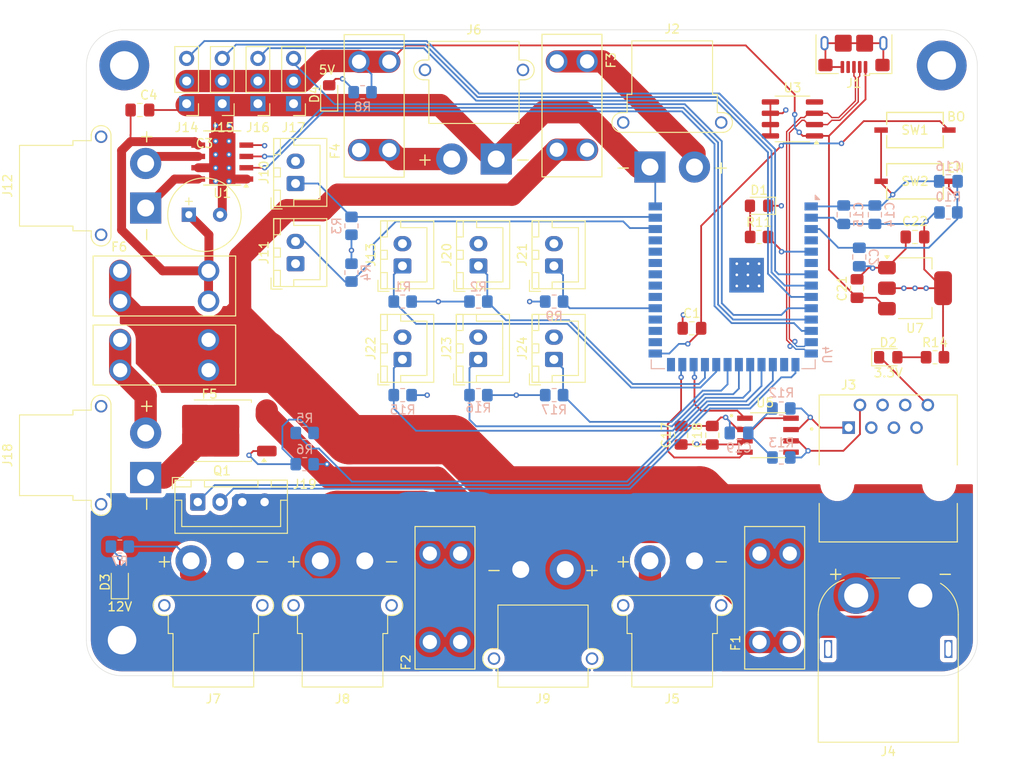
<source format=kicad_pcb>
(kicad_pcb (version 20240108) (generator "pcbnew") (generator_version "8.0")
  (layers (0 "F.Cu" signal) (1 "In1.Cu" signal) (2 "In2.Cu" signal) (31 "B.Cu" signal) (34 "B.Paste" user) (35 "F.Paste" user) (36 "B.SilkS" user "B.Silkscreen") (37 "F.SilkS" user "F.Silkscreen") (38 "B.Mask" user) (39 "F.Mask" user) (44 "Edge.Cuts" user))
  (net 0 "")
  (net 1 "GPIO_0")
  (net 2 "GND")
  (net 3 "EN_PB")
  (net 4 "+24V")
  (net 5 "Net-(U1-V_{M})")
  (net 6 "Net-(D3-A)")
  (net 7 "Net-(D4-A)")
  (net 8 "Net-(J5-+)")
  (net 9 "Net-(J9-+)")
  (net 10 "+12V")
  (net 11 "+3.3V")
  (net 12 "Net-(C19-Pad2)")
  (net 13 "+5V")
  (net 14 "Net-(D1-A)")
  (net 15 "Net-(D2-A)")
  (net 16 "Net-(J2-+)")
  (net 17 "USB_P")
  (net 19 "USB_N")
  (net 20 "Net-(J6-+)")
  (net 21 "LS_EXT")
  (net 22 "LS_RET")
  (net 25 "CANL")
  (net 29 "CANH")
  (net 30 "Net-(Q1-G)")
  (net 31 "PB_UP")
  (net 32 "PB_DOWN")
  (net 33 "PB_VACCUM")
  (net 34 "PB_GRINDER")
  (net 35 "PB_CARROUSSEL")
  (net 38 "LED_BUILDIN")
  (net 41 "TXC")
  (net 50 "RXC")
  (net 54 "LIN+")
  (net 55 "LIN-")
  (net 56 "LIN_IN_1")
  (net 57 "LIN_IN_2")
  (net 58 "Net-(J18-+)")
  (net 59 "Net-(J18--)")
  (net 60 "FAN_A_PWM")
  (net 61 "FAN_B_PWM")
  (net 62 "SERVO_0")
  (net 63 "SERVO_1")
  (net 64 "SERVO_2")
  (net 65 "SERVO_3")
  (net 66 "PB_SPARE")
  (net 67 "GRINDER_PWM")
  (footprint "TS09_63_25_WT_160_SMT_TR:SW_TS09-63-25_CUD" (layer "F.Cu") (at 130 81.5)
    (property "Reference" "SW2")
    (property "Value" "TS09-63-25-WT-160-SMT-TR")
  )
  (footprint "Connector_JST:JST_XH_B2B-XH-A_1x02_P2.50mm_Vertical" (layer "F.Cu") (at 60.475 81.75 90)
    (property "Reference" "J10")
    (property "Value" "B2B-XH-A_LF__SN_")
  )
  (footprint "Package_SO:SOIC-8-1EP_3.9x4.9mm_P1.27mm_EP2.29x3mm" (layer "F.Cu") (at 116.25 74.5 180)
    (property "Reference" "U3")
    (property "Value" "150-SMDB03CE3/TR7TR-ND")
  )
  (footprint "Connector_JST:JST_XH_B2B-XH-A_1x02_P2.50mm_Vertical" (layer "F.Cu") (at 89.475 91 90)
    (property "Reference" "J21")
    (property "Value" "B2B-XH-A_LF__SN_")
  )
  (footprint "3568-20:FUSE_3568-20" (layer "F.Cu") (at 77.25 128.25 90)
    (property "Reference" "F2")
    (property "Value" "15A")
  )
  (footprint "Connector_JST:JST_XH_B2B-XH-A_1x02_P2.50mm_Vertical" (layer "F.Cu") (at 80.975 101.5 90)
    (property "Reference" "J23")
    (property "Value" "B2B-XH-A_LF__SN_")
  )
  (footprint "Connector_AMASS:AMASS_XT30PW-M_1x02_P2.50mm_Horizontal" (layer "F.Cu") (at 85.75 125.075 180)
    (property "Reference" "J9")
    (property "Value" "XT30PW-M")
  )
  (footprint "Package_SO:Texas_HSOP-8-1EP_3.9x4.9mm_P1.27mm_ThermalVias" (layer "F.Cu") (at 52.25 79.345 180)
    (property "Reference" "U1")
    (property "Value" "DRV8251A")
  )
  (footprint "3568-20:FUSE_3568-20" (layer "F.Cu") (at 45.75 101 180)
    (property "Reference" "F5")
    (property "Value" "8A")
  )
  (footprint "LED_SMD:LED_0805_2012Metric_Pad1.15x1.40mm_HandSolder" (layer "F.Cu") (at 64.25 71.75 90)
    (property "Reference" "D4")
    (property "Value" "B")
  )
  (footprint "TJA1050T_CM_118:SOIC127P600X175-8N" (layer "F.Cu") (at 113.5 110)
    (property "Reference" "U5")
    (property "Value" "SN65HVD232Q")
  )
  (footprint "Connector_JST:JST_XH_B4B-XH-A_1x04_P2.50mm_Vertical" (layer "F.Cu") (at 49.5 117.5)
    (property "Reference" "J19")
    (property "Value" "B4B-XH-A_LF__SN_")
  )
  (footprint "LED_SMD:LED_0805_2012Metric_Pad1.15x1.40mm_HandSolder" (layer "F.Cu") (at 127 101.25)
    (property "Reference" "D2")
    (property "Value" "G")
  )
  (footprint "Connector_PinHeader_2.54mm:PinHeader_1x03_P2.54mm_Vertical" (layer "F.Cu") (at 52.25 72.79 180)
    (property "Reference" "J15")
    (property "Value" "Conn_01x03")
  )
  (footprint "Package_TO_SOT_SMD:SOT-223-3_TabPin2" (layer "F.Cu") (at 130 93.5)
    (property "Reference" "U7")
    (property "Value" "AZ1117CH2-3.3TRG1")
  )
  (footprint "A-2014-2-4-N-T-R:ASSMANN_A-2014-2-4-N-T-R" (layer "F.Cu") (at 127 115.5)
    (property "Reference" "J3")
    (property "Value" "RJ45")
  )
  (footprint "MountingHole:MountingHole_3.2mm_M3_DIN965_Pad_TopBottom" (layer "F.Cu") (at 41.25 68.5)
    (property "Reference" "H2" (hide yes))
    (property "Value" "MountingHole_Pad")
  )
  (footprint "Resistor_SMD:R_0805_2012Metric_Pad1.20x1.40mm_HandSolder" (layer "F.Cu") (at 112.5 87.75)
    (property "Reference" "R11")
    (property "Value" "1k")
  )
  (footprint "Connector_AMASS:AMASS_XT30PW-F_1x02_P2.50mm_Horizontal" (layer "F.Cu") (at 100.25 79.9)
    (property "Reference" "J2")
    (property "Value" "XT30PW-F")
  )
  (footprint "Connector_JST:JST_XH_B2B-XH-A_1x02_P2.50mm_Vertical" (layer "F.Cu") (at 81 91 90)
    (property "Reference" "J20")
    (property "Value" "B2B-XH-A_LF__SN_")
  )
  (footprint "Connector_AMASS:AMASS_XT30PW-F_1x02_P2.50mm_Horizontal" (layer "F.Cu") (at 105.25 124.1 180)
    (property "Reference" "J5")
    (property "Value" "XT30PW-F")
  )
  (footprint "Connector_USB:USB_Micro-B_Amphenol_10118193-0001LF_Horizontal" (layer "F.Cu") (at 123.15 66 180)
    (property "Reference" "J1")
    (property "Value" "USB_B_Micro")
  )
  (footprint "Connector_AMASS:AMASS_XT60PW-M_1x02_P7.20mm_Horizontal" (layer "F.Cu") (at 130.6 128 180)
    (property "Reference" "J4")
    (property "Value" "XT30PW-M")
  )
  (footprint "Capacitor_SMD:C_0805_2012Metric_Pad1.18x1.45mm_HandSolder" (layer "F.Cu") (at 103.75 110 90)
    (property "Reference" "C17")
    (property "Value" "10uF")
  )
  (footprint "Connector_PinHeader_2.54mm:PinHeader_1x03_P2.54mm_Vertical" (layer "F.Cu") (at 56.25 72.79 180)
    (property "Reference" "J16")
    (property "Value" "Conn_01x03")
  )
  (footprint "3568-20:FUSE_3568-20" (layer "F.Cu") (at 69.3 73.04 90)
    (property "Reference" "F4")
    (property "Value" "8A")
  )
  (footprint "Connector_AMASS:AMASS_XT30PW-F_1x02_P2.50mm_Horizontal" (layer "F.Cu") (at 43.65 84.5 90)
    (property "Reference" "J12")
    (property "Value" "XT30PW-F")
  )
  (footprint "Connector_JST:JST_XH_B2B-XH-A_1x02_P2.50mm_Vertical" (layer "F.Cu") (at 89.475 101.5 90)
    (property "Reference" "J24")
    (property "Value" "B2B-XH-A_LF__SN_")
  )
  (footprint "MountingHole:MountingHole_3.2mm_M3_DIN965_Pad_TopBottom" (layer "F.Cu") (at 133 68.5)
    (property "Reference" "H1" (hide yes))
    (property "Value" "MountingHole_Pad")
  )
  (footprint "Connector_AMASS:AMASS_XT30PW-F_1x02_P2.50mm_Horizontal" (layer "F.Cu") (at 53.75 124.1 180)
    (property "Reference" "J7")
    (property "Value" "XT30PW-F")
  )
  (footprint "3568-20:FUSE_3568-20" (layer "F.Cu") (at 45.75 93.25)
    (property "Reference" "F6")
    (property "Value" "4A")
  )
  (footprint "Capacitor_SMD:C_0805_2012Metric_Pad1.18x1.45mm_HandSolder" (layer "F.Cu") (at 130 87.75 180)
    (property "Reference" "C22")
    (property "Value" "22uF")
  )
  (footprint "Connector_AMASS:AMASS_XT30PW-F_1x02_P2.50mm_Horizontal" (layer "F.Cu") (at 43.65 114.75 90)
    (property "Reference" "J18")
    (property "Value" "XT30PW-F")
  )
  (footprint "3568-20:FUSE_3568-20" (layer "F.Cu") (at 91.5 73 -90)
    (property "Reference" "F3")
    (property "Value" "2A")
  )
  (footprint "Capacitor_SMD:C_0805_2012Metric_Pad1.18x1.45mm_HandSolder" (layer "F.Cu") (at 107.25 110 90)
    (property "Reference" "C18")
    (property "Value" "100nF")
  )
  (footprint "Connector_JST:JST_XH_B2B-XH-A_1x02_P2.50mm_Vertical" (layer "F.Cu") (at 60.475 90.75 90)
    (property "Reference" "J11")
    (property "Value" "B2B-XH-A_LF__SN_")
  )
  (footprint "Connector_AMASS:AMASS_XT30PW-F_1x02_P2.50mm_Horizontal" (layer "F.Cu") (at 68.25 124.1 180)
    (property "Reference" "J8")
    (property "Value" "XT30PW-F")
  )
  (footprint "Connector_JST:JST_XH_B2B-XH-A_1x02_P2.50mm_Vertical" (layer "F.Cu") (at 72.475 91 90)
    (property "Reference" "J13")
    (property "Value" "B2B-XH-A_LF__SN_")
  )
  (footprint "Capacitor_SMD:C_0805_2012Metric_Pad1.18x1.45mm_HandSolder" (layer "F.Cu") (at 123.5 93.5375 90)
    (property "Reference" "C21")
    (property "Value" "10uF")
  )
  (footprint "3568-20:FUSE_3568-20" (layer "F.Cu") (at 114.25 128.25 90)
    (property "Reference" "F1")
    (property "Value" "8A")
  )
  (footprint "LED_SMD:LED_0805_2012Metric_Pad1.15x1.40mm_HandSolder" (layer "F.Cu") (at 40.75 126.5 90)
    (property "Reference" "D3")
    (property "Value" "Y")
  )
  (footprint "Connector_JST:JST_XH_B2B-XH-A_1x02_P2.50mm_Vertical" (layer "F.Cu") (at 72.475 101.5 90)
    (property "Reference" "J22")
    (property "Value" "B2B-XH-A_LF__SN_")
  )
  (footprint "Connector_AMASS:AMASS_XT30PW-M_1x02_P2.50mm_Horizontal" (layer "F.Cu") (at 83 79)
    (property "Reference" "J6")
    (property "Value" "XT30PW-M")
  )
  (footprint "LED_SMD:LED_0805_2012Metric_Pad1.15x1.40mm_HandSolder" (layer "F.Cu") (at 112.5 84.25 180)
    (property "Reference" "D1")
    (property "Value" "R")
  )
  (footprint "Connector_PinHeader_2.54mm:PinHeader_1x03_P2.54mm_Vertical" (layer "F.Cu") (at 48.25 72.79 180)
    (property "Reference" "J14")
    (property "Value" "Conn_01x03")
  )
  (footprint "Capacitor_SMD:C_0805_2012Metric_Pad1.18x1.45mm_HandSolder" (layer "F.Cu") (at 104.9625 98)
    (property "Reference" "C1")
    (property "Value" "100nF")
  )
  (footprint "Capacitor_THT:CP_Radial_D8.0mm_P3.50mm" (layer "F.Cu") (at 48.5 85.25)
    (property "Reference" "C3")
    (property "Value" "470uF")
  )
  (footprint "Resistor_SMD:R_0805_2012Metric_Pad1.20x1.40mm_HandSolder" (layer "F.Cu") (at 132.25 101.25)
    (property "Reference" "R14")
    (property "Value" "1k")
  )
  (footprint "Connector_PinHeader_2.54mm:PinHeader_1x03_P2.54mm_Vertical" (layer "F.Cu") (at 60.25 72.79 180)
    (property "Reference" "J17")
    (property "Value" "Conn_01x03")
  )
  (footprint "TS09_63_25_WT_160_SMT_TR:SW_TS09-63-25_CUD" (layer "F.Cu") (at 130 75.75)
    (property "Reference" "SW1")
    (property "Value" "TS09-63-25-WT-160-SMT-TR")
  )
  (footprint "MountingHole:MountingHole_3.2mm_M3_DIN965_Pad_TopBottom" (layer "F.Cu") (at 41 133)
    (property "Reference" "H3" (hide yes))
    (property "Value" "MountingHole_Pad")
  )
  (footprint "Package_TO_SOT_SMD:TO-252-2" (layer "F.Cu") (at 52.21 109.4975 180)
    (property "Reference" "Q1")
    (property "Value" "DMG4800LK3-13")
  )
  (footprint "Capacitor_SMD:C_0805_2012Metric_Pad1.18x1.45mm_HandSolder" (layer "F.Cu") (at 43 73.5)
    (property "Reference" "C4")
    (property "Value" "100nF")
  )
  (footprint "Resistor_SMD:R_0805_2012Metric_Pad1.20x1.40mm_HandSolder" (layer "B.Cu") (at 66.75 86.5 -90)
    (property "Reference" "R3")
    (property "Value" "3.3k")
  )
  (footprint "Resistor_SMD:R_0805_2012Metric_Pad1.20x1.40mm_HandSolder" (layer "B.Cu") (at 133.75 85)
    (property "Reference" "R10")
    (property "Value" "10k")
  )
  (footprint "Resistor_SMD:R_0805_2012Metric_Pad1.20x1.40mm_HandSolder" (layer "B.Cu") (at 61.5 113.25 180)
    (property "Reference" "R6")
    (property "Value" "10k")
  )
  (footprint "Capacitor_SMD:C_0805_2012Metric_Pad1.18x1.45mm_HandSolder" (layer "B.Cu") (at 123.75 90 90)
    (property "Reference" "C2")
    (property "Value" "100nF")
  )
  (footprint "Resistor_SMD:R_0805_2012Metric_Pad1.20x1.40mm_HandSolder" (layer "B.Cu") (at 81 105.5 180)
    (property "Reference" "R16")
    (property "Value" "3.3k")
  )
  (footprint "Resistor_SMD:R_0805_2012Metric_Pad1.20x1.40mm_HandSolder" (layer "B.Cu") (at 72.5 95 180)
    (property "Reference" "R1")
    (property "Value" "3.3k")
  )
  (footprint "Resistor_SMD:R_0805_2012Metric_Pad1.20x1.40mm_HandSolder" (layer "B.Cu") (at 66.75 91.75 90)
    (property "Reference" "R4")
    (property "Value" "3.3k")
  )
  (footprint "Resistor_SMD:R_0805_2012Metric_Pad1.20x1.40mm_HandSolder" (layer "B.Cu") (at 40.75 122.5)
    (property "Reference" "R7")
    (property "Value" "1k")
  )
  (footprint "Capacitor_SMD:C_0805_2012Metric_Pad1.18x1.45mm_HandSolder" (layer "B.Cu") (at 125.5 85.25 90)
    (property "Reference" "C14")
    (property "Value" "22uF")
  )
  (footprint "Resistor_SMD:R_0805_2012Metric_Pad1.20x1.40mm_HandSolder" (layer "B.Cu") (at 115 112.5 180)
    (property "Reference" "R13")
    (property "Value" "60")
  )
  (footprint "Resistor_SMD:R_0805_2012Metric_Pad1.20x1.40mm_HandSolder" (layer "B.Cu") (at 89.5 95)
    (property "Reference" "R9")
    (property "Value" "3.3k")
  )
  (footprint "Resistor_SMD:R_0805_2012Metric_Pad1.20x1.40mm_HandSolder" (layer "B.Cu") (at 81 95 180)
    (property "Reference" "R2")
    (property "Value" "3.3k")
  )
  (footprint "Resistor_SMD:R_0805_2012Metric_Pad1.20x1.40mm_HandSolder" (layer "B.Cu") (at 68 71.5)
    (property "Reference" "R8")
    (property "Value" "1k")
  )
  (footprint "Resistor_SMD:R_0805_2012Metric_Pad1.20x1.40mm_HandSolder" (layer "B.Cu") (at 61.5 109.75 180)
    (property "Reference" "R5")
    (property "Value" "470")
  )
  (footprint "Capacitor_SMD:C_0805_2012Metric_Pad1.18x1.45mm_HandSolder" (layer "B.Cu") (at 110.25 109.75)
    (property "Reference" "C19")
    (property "Value" "47nF")
  )
  (footprint "RF_Module:ESP32-S3-WROOM-1" (layer "B.Cu") (at 109.6 89.58 180)
    (property "Reference" "U4")
    (property "Value" "ESP32-S3-WROOM-1")
  )
  (footprint "Capacitor_SMD:C_0805_2012Metric_Pad1.18x1.45mm_HandSolder" (layer "B.Cu") (at 122 85.25 90)
    (property "Reference" "C15")
    (property "Value" "100nF")
  )
  (footprint "Resistor_SMD:R_0805_2012Metric_Pad1.20x1.40mm_HandSolder" (layer "B.Cu") (at 72.5 105.5)
    (property "Reference" "R15")
    (property "Value" "3.3k")
  )
  (footprint "Resistor_SMD:R_0805_2012Metric_Pad1.20x1.40mm_HandSolder" (layer "B.Cu") (at 89.5 105.5)
    (property "Reference" "R17")
    (property "Value" "3.3k")
  )
  (footprint "Resistor_SMD:R_0805_2012Metric_Pad1.20x1.40mm_HandSolder" (layer "B.Cu") (at 115 107)
    (property "Reference" "R12")
    (property "Value" "60")
  )
  (footprint "Capacitor_SMD:C_0805_2012Metric_Pad1.18x1.45mm_HandSolder" (layer "B.Cu") (at 133.75 81.5 180)
    (property "Reference" "C16")
    (property "Value" "1uF")
  )
  (gr_arc (start 133 64.5) (mid 135.828427 65.671573) (end 137 68.5) (stroke (width 0.05)) (layer "Edge.Cuts"))
  (gr_arc (start 37 68.5) (mid 38.171573 65.671573) (end 41 64.5) (stroke (width 0.05)) (layer "Edge.Cuts"))
  (gr_line (start 133 64.5) (end 41 64.5) (stroke (width 0.05)) (layer "Edge.Cuts"))
  (gr_arc (start 137 133) (mid 135.828427 135.828427) (end 133 137) (stroke (width 0.05)) (layer "Edge.Cuts"))
  (gr_line (start 133 137) (end 41 137) (stroke (width 0.05)) (layer "Edge.Cuts"))
  (gr_arc (start 41 137) (mid 38.171573 135.828427) (end 37 133) (stroke (width 0.05)) (layer "Edge.Cuts"))
  (gr_line (start 137 133) (end 137 68.5) (stroke (width 0.05)) (layer "Edge.Cuts"))
  (gr_line (start 37 133) (end 37 68.5) (stroke (width 0.05)) (layer "Edge.Cuts"))
  (gr_text "12V" (at 40.75 129.25 0) (layer "F.SilkS") (effects (font (size 1 1))))
  (gr_text "BO" (at 133.5 74.25 0) (layer "F.SilkS") (effects (font (size 1 1)) (justify left)))
  (gr_text "5V" (at 64 69 0) (layer "F.SilkS") (effects (font (size 1 1))))
  (gr_text "EN" (at 133.5 80 0) (layer "F.SilkS") (effects (font (size 1 1)) (justify left)))
  (gr_text "3.3V" (at 127 103 0) (layer "F.SilkS") (effects (font (size 1 1))))
  (segment (start 133.80365 75.75) (end 132.80365 74.75) (width 0.2) (layer "F.Cu") (net 1))
  (segment (start 106 86.5) (end 106 98) (width 0.2) (layer "F.Cu") (net 1))
  (segment (start 115 77.5) (end 106 86.5) (width 0.2) (layer "F.Cu") (net 1))
  (segment (start 106 98.25) (end 106 98) (width 0.2) (layer "F.Cu") (net 1))
  (segment (start 124.25 74.75) (end 121.75 77.25) (width 0.2) (layer "F.Cu") (net 1))
  (segment (start 132.80365 74.75) (end 124.25 74.75) (width 0.2) (layer "F.Cu") (net 1))
  (segment (start 104.5 99.75) (end 106 98.25) (width 0.2) (layer "F.Cu") (net 1))
  (via (at 104.5 99.75) (size 0.6) (drill 0.3) (layers "F.Cu" "B.Cu") (net 1))
  (via (at 115 77.5) (size 0.6) (drill 0.3) (layers "F.Cu" "B.Cu") (net 1))
  (via (at 121.75 77.25) (size 0.6) (drill 0.3) (layers "F.Cu" "B.Cu") (net 1))
  (segment (start 102.42 100.83) (end 103.5 99.75) (width 0.2) (layer "B.Cu") (net 1))
  (segment (start 103.5 99.75) (end 104.5 99.75) (width 0.2) (layer "B.Cu") (net 1))
  (segment (start 115.25 77.25) (end 121.75 77.25) (width 0.2) (layer "B.Cu") (net 1))
  (segment (start 115 77.5) (end 115.25 77.25) (width 0.2) (layer "B.Cu") (net 1))
  (segment (start 100.85 100.83) (end 102.42 100.83) (width 0.2) (layer "B.Cu") (net 1))
  (segment (start 76.7 72.95) (end 52.25 72.95) (width 2.5) (layer "F.Cu") (net 2))
  (segment (start 124.8 91.2) (end 123.5 92.5) (width 0.2) (layer "F.Cu") (net 2))
  (segment (start 52.2 79.75) (end 52.2 78.25) (width 1) (layer "F.Cu") (net 2))
  (segment (start 82.75 79) (end 76.7 72.95) (width 2.5) (layer "F.Cu") (net 2))
  (segment (start 98.958377 79.9) (end 92.808377 73.75) (width 2.5) (layer "F.Cu") (net 2))
  (segment (start 52.25 85) (end 52.25 78.945) (width 1) (layer "F.Cu") (net 2))
  (segment (start 126.85 91.2) (end 125.3 91.2) (width 0.2) (layer "F.Cu") (net 2))
  (segment (start 64.285 114.785) (end 76.40591 114.785) (width 2.5) (layer "F.Cu") (net 2))
  (segment (start 108.75 108) (end 108.2125 108) (width 0.2) (layer "F.Cu") (net 2))
  (segment (start 110.115 109.365) (end 110.915 109.365) (width 0.2) (layer "F.Cu") (net 2))
  (segment (start 119.95 66.1) (end 119.85 66) (width 0.2) (layer "F.Cu") (net 2))
  (segment (start 52.25 81.25) (end 52.25 80.275) (width 1) (layer "F.Cu") (net 2))
  (segment (start 103.925 98) (end 103.925 96.575) (width 0.2) (layer "F.Cu") (net 2))
  (segment (start 47.54 73.5) (end 48.25 72.79) (width 0.2) (layer "F.Cu") (net 2))
  (segment (start 49.55 79.98) (end 51.48 79.98) (width 1) (layer "F.Cu") (net 2))
  (segment (start 52 85.25) (end 52.25 85) (width 1) (layer "F.Cu") (net 2))
  (segment (start 44.0375 73.5) (end 47.54 73.5) (width 0.2) (layer "F.Cu") (net 2))
  (segment (start 52.25 72.95) (end 48.25 72.95) (width 2.5) (layer "F.Cu") (net 2))
  (segment (start 57.25 107.75) (end 64.285 114.785) (width 2.5) (layer "F.Cu") (net 2))
  (segment (start 51.265 79.98) (end 52.3 78.945) (width 1) (layer "F.Cu") (net 2))
  (segment (start 113.775 75.135) (end 113.775 76.405) (width 0.2) (layer "F.Cu") (net 2))
  (segment (start 119.85 66) (end 121.95 66) (width 0.2) (layer "F.Cu") (net 2))
  (segment (start 52.3 80.325) (end 52.25 79.75) (width 1) (layer "F.Cu") (net 2))
  (segment (start 127.1 131.5) (end 118.75 131.5) (width 2.5) (layer "F.Cu") (net 2))
  (segment (start 119.95 68.45) (end 119.95 66.1) (width 0.2) (layer "F.Cu") (net 2))
  (segment (start 106.29056 124.1) (end 105.25 124.1) (width 2.5) (layer "F.Cu") (net 2))
  (segment (start 121.85 68.675) (end 120.175 68.675) (width 0.2) (layer "F.Cu") (net 2))
  (segment (start 52.2 78.25) (end 52.25 78.945) (width 1) (layer "F.Cu") (net 2))
  (segment (start 126.45 68.35) (end 126.35 68.45) (width 0.2) (layer "F.Cu") (net 2))
  (segment (start 85.75 124) (end 85.75 125.075) (width 2.5) (layer "F.Cu") (net 2))
  (segment (start 115.135 73.865) (end 115.5 73.5) (width 0.2) (layer "F.Cu") (net 2))
  (segment (start 103.75 108.9625) (end 107.25 108.9625) (width 0.2) (layer "F.Cu") (net 2))
  (segment (start 53.225 81.25) (end 52.25 81.25) (width 1) (layer "F.Cu") (net 2))
  (segment (start 83 79) (end 82.75 79) (width 2.5) (layer "F.Cu") (net 2))
  (segment (start 125.3 91.2) (end 125.25 91.25) (width 0.2) (layer "F.Cu") (net 2))
  (segment (start 92.808377 73.75) (end 88.25 73.75) (width 2.5) (layer "F.Cu") (net 2))
  (segment (start 130.6 128) (end 127.1 131.5) (width 2.5) (layer "F.Cu") (net 2))
  (segment (start 76.40591 114.785) (end 85.75 124.12909) (width 2.5) (layer "F.Cu") (net 2))
  (segment (start 113.775 73.865) (end 115.135 73.865) (width 0.2) (layer "F.Cu") (net 2))
  (segment (start 110.915 109.365) (end 111.789999 109.365) (width 0.2) (layer "F.Cu") (net 2))
  (segment (start 125.25 91.25) (end 125.2 91.2) (width 0.2) (layer "F.Cu") (net 2))
  (segment (start 85.75 125.075) (end 85.75 124.11409) (width 2.5) (layer "F.Cu") (net 2))
  (segment (start 128.9625 87.75) (end 128.9625 89.0875) (width 0.2) (layer "F.Cu") (net 2))
  (segment (start 51.48 79.98) (end 51.5 80) (width 1) (layer "F.Cu") (net 2))
  (segment (start 100.25 79.9) (end 98.958377 79.9) (width 2.5) (layer "F.Cu") (net 2))
  (segment (start 108.2125 108) (end 107.25 108.9625) (width 0.2) (layer "F.Cu") (net 2))
  (segment (start 120.175 68.675) (end 119.95 68.45) (width 0.2) (layer "F.Cu") (net 2))
  (segment (start 53.225 81.25) (end 53.225 81.25) (width 1) (layer "F.Cu") (net 2))
  (segment (start 113.059999 108.095) (end 116.085 108.095) (width 0.2) (layer "F.Cu") (net 2))
  (segment (start 52.25 80.275) (end 52.3 80.325) (width 1) (layer "F.Cu") (net 2))
  (segment (start 121.95 66) (end 124.35 66) (width 0.2) (layer "F.Cu") (net 2))
  (segment (start 85.75 124.11409) (end 89.00409 120.86) (width 2.5) (layer "F.Cu") (net 2))
  (segment (start 55 81.25) (end 53.225 81.25) (width 1) (layer "F.Cu") (net 2))
  (segment (start 89.00409 120.86) (end 102.01 120.86) (width 2.5) (layer "F.Cu") (net 2))
  (segment (start 125.2 91.2) (end 124.8 91.2) (width 0.2) (layer "F.Cu") (net 2))
  (segment (start 125.975 101.25) (end 126.085 101.25) (width 0.2) (layer "F.Cu") (net 2))
  (segment (start 126.085 101.25) (end 131.445 106.61) (width 0.2) (layer "F.Cu") (net 2))
  (segment (start 118.75 131.5) (end 115.75 128.5) (width 2.5) (layer "F.Cu") (net 2))
  (segment (start 110.69056 128.5) (end 106.29056 124.1) (width 2.5) (layer "F.Cu") (net 2))
  (segment (start 124.35 66) (end 126.45 66) (width 0.2) (layer "F.Cu") (net 2))
  (segment (start 85.75 124.12909) (end 85.75 125.075) (width 2.5) (layer "F.Cu") (net 2))
  (segment (start 126.19635 75.75) (end 126.19635 81.5) (width 0.2) (layer "F.Cu") (net 2))
  (segment (start 103.925 96.575) (end 104 96.5) (width 0.2) (layer "F.Cu") (net 2))
  (segment (start 126.19635 81.5) (end 126.19635 81.69635) (width 0.2) (layer "F.Cu") (net 2))
  (segment (start 111.789999 109.365) (end 113.059999 108.095) (width 0.2) (layer "F.Cu") (net 2))
  (segment (start 126.19635 81.69635) (end 127.5 83) (width 0.2) (layer "F.Cu") (net 2))
  (segment (start 115.75 128.5) (end 110.69056 128.5) (width 2.5) (layer "F.Cu") (net 2))
  (segment (start 102.01 120.86) (end 105.25 124.1) (width 2.5) (layer "F.Cu") (net 2))
  (segment (start 108.75 108) (end 110.115 109.365) (width 0.2) (layer "F.Cu") (net 2))
  (segment (start 113.775 73.865) (end 113.775 75.135) (width 0.2) (layer "F.Cu") (net 2))
  (segment (start 57.25 107.2175) (end 57.25 107.75) (width 2.5) (layer "F.Cu") (net 2))
  (segment (start 126.45 66) (end 126.45 68.35) (width 0.2) (layer "F.Cu") (net 2))
  (segment (start 88.25 73.75) (end 83 79) (width 2.5) (layer "F.Cu") (net 2))
  (segment (start 113.525 84.25) (end 115 84.25) (width 0.2) (layer "F.Cu") (net 2))
  (segment (start 128.9625 89.0875) (end 126.85 91.2) (width 0.2) (layer "F.Cu") (net 2))
  (segment (start 52.25 79.5) (end 52.25 72.95) (width 2.5) (layer "F.Cu") (net 2))
  (segment (start 113.775 72.595) (end 113.775 73.865) (width 0.2) (layer "F.Cu") (net 2))
  (via (at 51.5 80) (size 0.6) (drill 0.3) (layers "F.Cu" "B.Cu") (net 2))
  (via (at 53 78.5) (size 0.6) (drill 0.3) (layers "F.Cu" "B.Cu") (net 2))
  (via (at 112.5 92) (size 0.6) (drill 0.3) (layers "F.Cu" "B.Cu") (net 2))
  (via (at 111.25 90.75) (size 0.6) (drill 0.3) (layers "F.Cu" "B.Cu") (net 2))
  (via (at 64 113.25) (size 0.6) (drill 0.3) (layers "F.Cu" "B.Cu") (net 2))
  (via (at 112.5 93.25) (size 0.6) (drill 0.3) (layers "F.Cu" "B.Cu") (net 2))
  (via (at 110 92) (size 0.6) (drill 0.3) (layers "F.Cu" "B.Cu") (net 2))
  (via (at 51.5 77) (size 0.6) (drill 0.3) (layers "F.Cu" "B.Cu") (net 2))
  (via (at 53 75.25) (size 0.6) (drill 0.3) (layers "F.Cu" "B.Cu") (net 2))
  (via (at 51.5 78.5) (size 0.6) (drill 0.3) (layers "F.Cu" "B.Cu") (net 2))
  (via (at 51.5 75.25) (size 0.6) (drill 0.3) (layers "F.Cu" "B.Cu") (net 2))
  (via (at 53 77) (size 0.6) (drill 0.3) (layers "F.Cu" "B.Cu") (net 2))
  (via (at 104 96.5) (size 0.6) (drill 0.3) (layers "F.Cu" "B.Cu") (net 2))
  (via (at 115 84.25) (size 0.6) (drill 0.3) (layers "F.Cu" "B.Cu") (net 2))
  (via (at 53 81.5) (size 0.6) (drill 0.3) (layers "F.Cu" "B.Cu") (net 2))
  (via (at 112.5 90.75) (size 0.6) (drill 0.3) (layers "F.Cu" "B.Cu") (net 2))
  (via (at 51.5 81.5) (size 0.6) (drill 0.3) (layers "F.Cu" "B.Cu") (net 2))
  (via (at 127.5 83) (size 0.6) (drill 0.3) (layers "F.Cu" "B.Cu") (net 2))
  (via (at 125.25 91.25) (size 0.6) (drill 0.3) (layers "F.Cu" "B.Cu") (net 2))
  (via (at 108.75 108) (size 0.6) (drill 0.3) (layers "F.Cu" "B.Cu") (net 2))
  (via (at 53 80) (size 0.6) (drill 0.3) (layers "F.Cu" "B.Cu") (net 2))
  (via (at 115.5 73.5) (size 0.6) (drill 0.3) (layers "F.Cu" "B.Cu") (net 2))
  (via (at 111.25 93.25) (size 0.6) (drill 0.3) (layers "F.Cu" "B.Cu") (net 2))
  (via (at 111.25 92) (size 0.6) (drill 0.3) (layers "F.Cu" "B.Cu") (net 2))
  (via (at 110 90.75) (size 0.6) (drill 0.3) (layers "F.Cu" "B.Cu") (net 2))
  (via (at 110 93.25) (size 0.6) (drill 0.3) (layers "F.Cu" "B.Cu") (net 2))
  (segment (start 127.5 83) (end 129 81.5) (width 0.2) (layer "B.Cu") (net 2))
  (segment (start 58.724516 124.1) (end 61.924516 127.3) (width 2.5) (layer "B.Cu") (net 2))
  (segment (start 53.75 124.1) (end 58.724516 124.1) (width 2.5) (layer "B.Cu") (net 2))
  (segment (start 129 81.5) (end 132.7125 81.5) (width 0.2) (layer "B.Cu") (net 2))
  (segment (start 100.85 84.32) (end 100.85 80.5) (width 0.2) (layer "B.Cu") (net 2))
  (segment (start 126.2875 84.2125) (end 127.5 83) (width 0.2) (layer "B.Cu") (net 2))
  (segment (start 121.8925 84.32) (end 122 84.2125) (width 0.2) (layer "B.Cu") (net 2))
  (segment (start 85.75 123.75) (end 85.75 125.075) (width 5.53) (layer "B.Cu") (net 2))
  (segment (start 81.125 119.125) (end 85.75 123.75) (width 5.53) (layer "B.Cu") (net 2))
  (segment (start 125.5 84.2125) (end 126.2875 84.2125) (width 0.2) (layer "B.Cu") (net 2))
  (segment (start 68.25 124.1) (end 73.225 119.125) (width 5.53) (layer "B.Cu") (net 2))
  (segment (start 100.85 80.5) (end 100.25 79.9) (width 0.2) (layer "B.Cu") (net 2))
  (segment (start 65.05 127.3) (end 68.25 124.1) (width 2.5) (layer "B.Cu") (net 2))
  (segment (start 62.5 113.25) (end 64 113.25) (width 0.2) (layer "B.Cu") (net 2))
  (segment (start 125.0375 91.0375) (end 125.25 91.25) (width 0.2) (layer "B.Cu") (net 2))
  (segment (start 109.2125 108.4625) (end 109.2125 109.75) (width 0.2) (layer "B.Cu") (net 2))
  (segment (start 108.75 108) (end 109.2125 108.4625) (width 0.2) (layer "B.Cu") (net 2))
  (segment (start 122 84.2125) (end 125.5 84.2125) (width 0.2) (layer "B.Cu") (net 2))
  (segment (start 73.225 119.125) (end 81.125 119.125) (width 5.53) (layer "B.Cu") (net 2))
  (segment (start 123.75 91.0375) (end 125.0375 91.0375) (width 0.2) (layer "B.Cu") (net 2))
  (segment (start 61.924516 127.3) (end 65.05 127.3) (width 2.5) (layer "B.Cu") (net 2))
  (segment (start 118.35 84.32) (end 121.8925 84.32) (width 0.2) (layer "B.Cu") (net 2))
  (segment (start 133.80365 81.5) (end 133.80365 82.30365) (width 0.2) (layer "F.Cu") (net 3))
  (segment (start 133.80365 82.30365) (end 134.75 83.25) (width 0.2) (layer "F.Cu") (net 3))
  (via (at 134.75 83.25) (size 0.6) (drill 0.3) (layers "F.Cu" "B.Cu") (net 3))
  (segment (start 131.5375 88.9625) (end 134.75 85.75) (width 0.2) (layer "B.Cu") (net 3))
  (segment (start 134.75 83.25) (end 134.75 81.5375) (width 0.2) (layer "B.Cu") (net 3))
  (segment (start 123.75 88.9625) (end 131.5375 88.9625) (width 0.2) (layer "B.Cu") (net 3))
  (segment (start 121.4025 88.9625) (end 123.75 88.9625) (width 0.2) (layer "B.Cu") (net 3))
  (segment (start 119.3 86.86) (end 121.4025 88.9625) (width 0.2) (layer "B.Cu") (net 3))
  (segment (start 134.75 81.5375) (end 134.7875 81.5) (width 0.2) (layer "B.Cu") (net 3))
  (segment (start 134.75 85.75) (end 134.75 85) (width 0.2) (layer "B.Cu") (net 3))
  (segment (start 134.75 85) (end 134.75 83.25) (width 0.2) (layer "B.Cu") (net 3))
  (segment (start 118.35 86.86) (end 119.3 86.86) (width 0.2) (layer "B.Cu") (net 3))
  (segment (start 59.5 84.75) (end 63.5 84.75) (width 2.5) (layer "F.Cu") (net 4))
  (segment (start 63.5 84.75) (end 65.25 83) (width 2.5) (layer "F.Cu") (net 4))
  (segment (start 50.71 102.7) (end 50.71 99.3) (width 2.5) (layer "F.Cu") (net 4))
  (segment (start 89.8 77.96) (end 93.2 77.96) (width 2.5) (layer "F.Cu") (net 4))
  (segment (start 83.83182 116.25) (end 78.08182 110.5) (width 5.53) (layer "F.Cu") (net 4))
  (segment (start 66.49341 110.5) (end 56.99341 101) (width 5.53) (layer "F.Cu") (net 4))
  (segment (start 54.25 90) (end 59.5 84.75) (width 2.5) (layer "F.Cu") (net 4))
  (segment (start 78.08182 110.5) (end 66.49341 110.5) (width 5.53) (layer "F.Cu") (net 4))
  (segment (start 56.99341 101) (end 50.71 101) (width 5.53) (layer "F.Cu") (net 4))
  (segment (start 50.71 99.3) (end 45.14 99.3) (width 2.5) (layer "F.Cu") (net 4))
  (segment (start 112.55 122.96427) (end 105.83573 116.25) (width 5.53) (layer "F.Cu") (net 4))
  (segment (start 54.25 95.76) (end 54.25 90) (width 2.5) (layer "F.Cu") (net 4))
  (segment (start 40.79 94.95) (end 40.79 91.55) (width 2.5) (layer "F.Cu") (net 4))
  (segment (start 115.95 123.29) (end 119.405 123.29) (width 5.53) (layer "F.Cu") (net 4))
  (segment (start 119.405 123.29) (end 123.4 127.285) (width 5.53) (layer "F.Cu") (net 4))
  (segment (start 45.14 99.3) (end 40.79 94.95) (width 2.5) (layer "F.Cu") (net 4))
  (segment (start 112.55 123.29) (end 112.55 122.96427) (width 5.53) (layer "F.Cu") (net 4))
  (segment (start 84.76 83) (end 89.8 77.96) (width 2.5) (layer "F.Cu") (net 4))
  (segment (start 50.71 99.3) (end 54.25 95.76) (width 2.5) (layer "F.Cu") (net 4))
  (segment (start 65.25 83) (end 84.76 83) (width 2.5) (layer "F.Cu") (net 4))
  (segment (start 105.83573 116.25) (end 83.83182 116.25) (width 5.53) (layer "F.Cu") (net 4))
  (segment (start 115.95 123.29) (end 112.55 123.29) (width 5.53) (layer "F.Cu") (net 4))
  (segment (start 40.95 78.05) (end 41.95 77.05) (width 1) (layer "F.Cu") (net 5))
  (segment (start 45.55 91.55) (end 40.95 86.95) (width 1) (layer "F.Cu") (net 5))
  (segment (start 50.71 91.55) (end 45.55 91.55) (width 1) (layer "F.Cu") (net 5))
  (segment (start 49.16 77.05) (end 49.55 77.44) (width 1) (layer "F.Cu") (net 5))
  (segment (start 41.95 77.05) (end 49.16 77.05) (width 1) (layer "F.Cu") (net 5))
  (segment (start 41.95 77.05) (end 41.95 76.3) (width 0.2) (layer "F.Cu") (net 5))
  (segment (start 40.95 86.95) (end 40.95 78.05) (width 1) (layer "F.Cu") (net 5))
  (segment (start 41.9625 76.2875) (end 41.9625 73.5) (width 0.2) (layer "F.Cu") (net 5))
  (segment (start 50.75 91.51) (end 50.71 91.55) (width 1) (layer "F.Cu") (net 5))
  (segment (start 48.5 85.25) (end 50.75 87.5) (width 1) (layer "F.Cu") (net 5))
  (segment (start 41.95 76.3) (end 41.9625 76.2875) (width 0.2) (layer "F.Cu") (net 5))
  (segment (start 50.75 87.5) (end 50.75 91.51) (width 1) (layer "F.Cu") (net 5))
  (segment (start 50.71 94.95) (end 50.71 91.55) (width 1) (layer "F.Cu") (net 5))
  (segment (start 40.75 123.75) (end 40.75 125.475) (width 0.2) (layer "F.Cu") (net 6))
  (via (at 40.75 123.75) (size 0.6) (drill 0.3) (layers "F.Cu" "B.Cu") (net 6))
  (segment (start 39.75 122.75) (end 39.75 122.5) (width 0.2) (layer "B.Cu") (net 6))
  (segment (start 40.75 123.75) (end 39.75 122.75) (width 0.2) (layer "B.Cu") (net 6))
  (segment (start 64.975 70) (end 64.25 70.725) (width 0.2) (layer "F.Cu") (net 7))
  (segment (start 65.75 70) (end 64.975 70) (width 0.2) (layer "F.Cu") (net 7))
  (via (at 65.75 70) (size 0.6) (drill 0.3) (layers "F.Cu" "B.Cu") (net 7))
  (segment (start 67 71.25) (end 65.75 70) (width 0.2) (layer "B.Cu") (net 7))
  (segment (start 67 71.5) (end 67 71.25) (width 0.2) (layer "B.Cu") (net 7))
  (segment (start 112.55 133.21) (end 106.885127 133.21) (width 2.5) (layer "F.Cu") (net 8))
  (segment (start 115.95 133.21) (end 112.55 133.21) (width 2.5) (layer "F.Cu") (net 8))
  (segment (start 100.25 126.574873) (end 100.25 124.1) (width 2.5) (layer "F.Cu") (net 8))
  (segment (start 106.885127 133.21) (end 100.25 126.574873) (width 2.5) (layer "F.Cu") (net 8))
  (segment (start 78.95 133.21) (end 75.55 133.21) (width 5.53) (layer "F.Cu") (net 9))
  (segment (start 90.75 129.505) (end 89.005 131.25) (width 5.53) (layer "F.Cu") (net 9))
  (segment (start 90.75 125.075) (end 90.75 129.505) (width 5.53) (layer "F.Cu") (net 9))
  (segment (start 80.91 131.25) (end 78.95 133.21) (width 5.53) (layer "F.Cu") (net 9))
  (segment (start 89.005 131.25) (end 80.91 131.25) (width 5.53) (layer "F.Cu") (net 9))
  (segment (start 52 130.5) (end 52 128.75) (width 2.5) (layer "F.Cu") (net 10))
  (segment (start 74.66 119) (end 65.166907 119) (width 5.53) (layer "F.Cu") (net 10))
  (segment (start 63.25 129.75) (end 61 132) (width 2.5) (layer "F.Cu") (net 10))
  (segment (start 63.25 124.1) (end 63.25 129.75) (width 2.5) (layer "F.Cu") (net 10))
  (segment (start 78.95 123.29) (end 74.66 119) (width 5.53) (layer "F.Cu") (net 10))
  (segment (start 65.166907 119) (end 63.25 120.916907) (width 5.53) (layer "F.Cu") (net 10))
  (segment (start 53.5 132) (end 52 130.5) (width 2.5) (layer "F.Cu") (net 10))
  (segment (start 78.95 123.29) (end 75.55 123.29) (width 5.53) (layer "F.Cu") (net 10))
  (segment (start 48.75 125.5) (end 48.75 124.1) (width 2.5) (layer "F.Cu") (net 10))
  (segment (start 63.25 120.916907) (end 63.25 124.1) (width 5.53) (layer "F.Cu") (net 10))
  (segment (start 52 128.75) (end 48.75 125.5) (width 2.5) (layer "F.Cu") (net 10))
  (segment (start 61 132) (end 53.5 132) (width 2.5) (layer "F.Cu") (net 10))
  (segment (start 41.75 122.5) (end 47.15 122.5) (width 0.2) (layer "B.Cu") (net 10))
  (segment (start 47.15 122.5) (end 48.75 124.1) (width 0.2) (layer "B.Cu") (net 10))
  (segment (start 131.25 93.5) (end 133.15 93.5) (width 0.2) (layer "F.Cu") (net 11))
  (segment (start 133.15 101.15) (end 133.25 101.25) (width 0.2) (layer "F.Cu") (net 11))
  (segment (start 126.85 93.5) (end 128.75 93.5) (width 0.2) (layer "F.Cu") (net 11))
  (segment (start 131.0375 91.3875) (end 133.15 93.5) (width 0.2) (layer "F.Cu") (net 11))
  (segment (start 105.4625 111.0375) (end 105.5 111) (width 0.2) (layer "F.Cu") (net 11))
  (segment (start 110.5125 111.0375) (end 110.915 110.635) (width 0.2) (layer "F.Cu") (net 11))
  (segment (start 128.75 93.5) (end 130 93.5) (width 0.2) (layer "F.Cu") (net 11))
  (segment (start 131.0375 87.75) (end 131.0375 91.3875) (width 0.2) (layer "F.Cu") (net 11))
  (segment (start 131.0375 86.2125) (end 131.25 86) (width 0.2) (layer "F.Cu") (net 11))
  (segment (start 130 93.5) (end 131.25 93.5) (width 0.2) (layer "F.Cu") (net 11))
  (segment (start 103.75 111.0375) (end 105.4625 111.0375) (width 0.2) (layer "F.Cu") (net 11))
  (segment (start 131.0375 87.75) (end 131.0375 86.2125) (width 0.2) (layer "F.Cu") (net 11))
  (segment (start 105.5375 111.0375) (end 107.25 111.0375) (width 0.2) (layer "F.Cu") (net 11))
  (segment (start 56.94 77.44) (end 57 77.5) (width 0.2) (layer "F.Cu") (net 11))
  (segment (start 54.95 77.44) (end 56.94 77.44) (width 0.2) (layer "F.Cu") (net 11))
  (segment (start 105.5 111) (end 105.5375 111.0375) (width 0.2) (layer "F.Cu") (net 11))
  (segment (start 107.25 111.0375) (end 110.5125 111.0375) (width 0.2) (layer "F.Cu") (net 11))
  (segment (start 133.15 93.5) (end 133.15 101.15) (width 0.2) (layer "F.Cu") (net 11))
  (via (at 66.75 89.25) (size 0.6) (drill 0.3) (layers "F.Cu" "B.Cu") (net 11))
  (via (at 105.5 111) (size 0.6) (drill 0.3) (layers "F.Cu" "B.Cu") (net 11))
  (via (at 57 77.5) (size 0.6) (drill 0.3) (layers "F.Cu" "B.Cu") (net 11))
  (via (at 128.75 93.5) (size 0.6) (drill 0.3) (layers "F.Cu" "B.Cu") (net 11))
  (via (at 130 93.5) (size 0.6) (drill 0.3) (layers "F.Cu" "B.Cu") (net 11))
  (via (at 131.25 93.5) (size 0.6) (drill 0.3) (layers "F.Cu" "B.Cu") (net 11))
  (via (at 131.25 86) (size 0.6) (drill 0.3) (layers "F.Cu" "B.Cu") (net 11))
  (via (at 76.5 95) (size 0.6) (drill 0.3) (layers "F.Cu" "B.Cu") (net 11))
  (via (at 86.75 95) (size 0.6) (drill 0.3) (layers "F.Cu" "B.Cu") (net 11))
  (via (at 85.25 105.5) (size 0.6) (drill 0.3) (layers "F.Cu" "B.Cu") (net 11))
  (via (at 75.25 105.5) (size 0.6) (drill 0.3) (layers "F.Cu" "B.Cu") (net 11))
  (segment (start 73.5 105.5) (end 75.25 105.5) (width 0.2) (layer "B.Cu") (net 11))
  (segment (start 121.5375 86.2875) (end 120.84 85.59) (width 0.2) (layer "B.Cu") (net 11))
  (segment (start 66.75 90.75) (end 66.75 87.5) (width 0.2) (layer "B.Cu") (net 11))
  (segment (start 132.75 85) (end 132.25 85) (width 0.2) (layer "B.Cu") (net 11))
  (segment (start 88.5 95) (end 86.75 95) (width 0.2) (layer "B.Cu") (net 11))
  (segment (start 132.25 85) (end 131.25 86) (width 0.2) (layer "B.Cu") (net 11))
  (segment (start 120.84 85.59) (end 118.35 85.59) (width 0.2) (layer "B.Cu") (net 11))
  (segment (start 130.9625 86.2875) (end 131.25 86) (width 0.2) (layer "B.Cu") (net 11))
  (segment (start 125.5 86.2875) (end 130.9625 86.2875) (width 0.2) (layer "B.Cu") (net 11))
  (segment (start 80 95) (end 76.5 95) (width 0.2) (layer "B.Cu") (net 11))
  (segment (start 122 86.2875) (end 121.5375 86.2875) (width 0.2) (layer "B.Cu") (net 11))
  (segment (start 82 105.5) (end 85.25 105.5) (width 0.2) (layer "B.Cu") (net 11))
  (segment (start 125.5 86.2875) (end 122 86.2875) (width 0.2) (layer "B.Cu") (net 11))
  (segment (start 88.5 105.5) (end 85.25 105.5) (width 0.2) (layer "B.Cu") (net 11))
  (segment (start 73.5 95) (end 76.5 95) (width 0.2) (layer "B.Cu") (net 11))
  (segment (start 111.2875 109.7125) (end 111.2875 109.75) (width 0.2) (layer "B.Cu") (net 12))
  (segment (start 111.2875 109.75) (end 111.2875 109.7875) (width 0.2) (layer "B.Cu") (net 12))
  (segment (start 114 107) (end 111.2875 109.7125) (width 0.2) (layer "B.Cu") (net 12))
  (segment (start 111.2875 109.7875) (end 114 112.5) (width 0.2) (layer "B.Cu") (net 12))
  (segment (start 116.5 71.75) (end 111 66.25) (width 0.2) (layer "F.Cu") (net 13))
  (segment (start 117.405 76.405) (end 117 76) (width 0.2) (layer "F.Cu") (net 13))
  (segment (start 61.25 70.25) (end 60.25 70.25) (width 2.5) (layer "F.Cu") (net 13))
  (segment (start 124.45 68.675) (end 124.45 72.302384) (width 0.2) (layer "F.Cu") (net 13))
  (segment (start 118.725 76.405) (end 117.405 76.405) (width 0.2) (layer "F.Cu") (net 13))
  (segment (start 116.5 74) (end 116.5 71.75) (width 0.2) (layer "F.Cu") (net 13))
  (segment (start 111 66.25) (end 72.83 66.25) (width 0.2) (layer "F.Cu") (net 13))
  (segment (start 48.25 70.25) (end 52.25 70.25) (width 2.5) (layer "F.Cu") (net 13))
  (segment (start 125.625 94.575) (end 126.85 95.8) (width 0.2) (layer "F.Cu") (net 13))
  (segment (start 120.347384 76.405) (end 118.725 76.405) (width 0.2) (layer "F.Cu") (net 13))
  (segment (start 120.347384 91.422384) (end 120.347384 76.405) (width 0.2) (layer "F.Cu") (net 13))
  (segment (start 60.25 70.25) (end 56.25 70.25) (width 2.5) (layer "F.Cu") (net 13))
  (segment (start 71 68.08) (end 67.6 68.08) (width 2.5) (layer "F.Cu") (net 13))
  (segment (start 72.83 66.25) (end 71 68.08) (width 0.2) (layer "F.Cu") (net 13))
  (segment (start 63.5 68) (end 61.25 70.25) (width 2.5) (layer "F.Cu") (net 13))
  (segment (start 67.6 68.08) (end 67.52 68) (width 2.5) (layer "F.Cu") (net 13))
  (segment (start 67.52 68) (end 63.5 68) (width 2.5) (layer "F.Cu") (net 13))
  (segment (start 124.45 72.302384) (end 120.347384 76.405) (width 0.2) (layer "F.Cu") (net 13))
  (segment (start 123.5 94.575) (end 120.347384 91.422384) (width 0.2) (layer "F.Cu") (net 13))
  (segment (start 52.25 70.25) (end 56.25 70.25) (width 2.5) (layer "F.Cu") (net 13))
  (segment (start 123.5 94.575) (end 125.625 94.575) (width 0.2) (layer "F.Cu") (net 13))
  (via (at 117 76) (size 0.6) (drill 0.3) (layers "F.Cu" "B.Cu") (net 13))
  (via (at 116.5 74) (size 0.6) (drill 0.3) (layers "F.Cu" "B.Cu") (net 13))
  (segment (start 69 71.5) (end 69 69.48) (width 0.2) (layer "B.Cu") (net 13))
  (segment (start 117 76) (end 116.5 75.5) (width 0.2) (layer "B.Cu") (net 13))
  (segment (start 69 69.48) (end 67.6 68.08) (width 0.2) (layer "B.Cu") (net 13))
  (segment (start 116.5 75.5) (end 116.5 74) (width 0.2) (layer "B.Cu") (net 13))
  (segment (start 111.5 84.275) (end 111.475 84.25) (width 0.2) (layer "F.Cu") (net 14))
  (segment (start 111.5 87.75) (end 111.5 84.275) (width 0.2) (layer "F.Cu") (net 14))
  (segment (start 128.025 101.25) (end 131.25 101.25) (width 0.2) (layer "F.Cu") (net 15))
  (segment (start 89.8 68.04) (end 93.2 68.04) (width 2.5) (layer "F.Cu") (net 16))
  (segment (start 93.2 68.04) (end 94.897056 68.04) (width 2.5) (layer "F.Cu") (net 16))
  (segment (start 105.25 78.392944) (end 105.25 79.9) (width 2.5) (layer "F.Cu") (net 16))
  (segment (start 94.897056 68.04) (end 105.25 78.392944) (width 2.5) (layer "F.Cu") (net 16))
  (segment (start 115.595893 75.936165) (end 115.595893 99.313834) (width 0.155814) (layer "F.Cu") (net 17))
  (segment (start 117.186165 74.345893) (end 115.595893 75.936165) (width 0.155814) (layer "F.Cu") (net 17))
  (segment (start 123.320893 72.461165) (end 123.320893 69.858394) (width 0.155814) (layer "F.Cu") (net 17))
  (segment (start 118.05 73.865) (end 117.569107 74.345893) (width 0.155814) (layer "F.Cu") (net 17))
  (segment (start 117.569107 74.345893) (end 117.186165 74.345893) (width 0.155814) (layer "F.Cu") (net 17))
  (segment (start 123.15 69.687501) (end 123.15 68.675) (width 0.155814) (layer "F.Cu") (net 17))
  (segment (start 121.436165 74.345893) (end 123.320893 72.461165) (width 0.155814) (layer "F.Cu") (net 17))
  (segment (start 120.668394 74.345893) (end 121.436165 74.345893) (width 0.155814) (layer "F.Cu") (net 17))
  (segment (start 118.725 73.865) (end 118.05 73.865) (width 0.155814) (layer "F.Cu") (net 17))
  (segment (start 115.595893 99.313834) (end 115.983986 99.701927) (width 0.155814) (layer "F.Cu") (net 17))
  (segment (start 118.725 73.865) (end 120.187501 73.865) (width 0.155814) (layer "F.Cu") (net 17))
  (segment (start 120.187501 73.865) (end 120.668394 74.345893) (width 0.155814) (layer "F.Cu") (net 17))
  (segment (start 115.983986 99.701927) (end 115.983986 100.016014) (width 0.155814) (layer "F.Cu") (net 17))
  (segment (start 123.320893 69.858394) (end 123.15 69.687501) (width 0.155814) (layer "F.Cu") (net 17))
  (via (at 115.983986 100.016014) (size 0.6) (drill 0.3) (layers "F.Cu" "B.Cu") (net 17))
  (segment (start 116.298073 100.016014) (end 116.631166 100.349107) (width 0.155814) (layer "B.Cu") (net 17))
  (segment (start 115.983986 100.016014) (end 116.298073 100.016014) (width 0.155814) (layer "B.Cu") (net 17))
  (segment (start 116.631166 100.349107) (end 117.569107 100.349107) (width 0.155814) (layer "B.Cu") (net 17))
  (segment (start 118.05 100.83) (end 118.35 100.83) (width 0.155814) (layer "B.Cu") (net 17))
  (segment (start 117.569107 100.349107) (end 118.05 100.83) (width 0.155814) (layer "B.Cu") (net 17))
  (segment (start 118.725 75.135) (end 120.187501 75.135) (width 0.155814) (layer "F.Cu") (net 19))
  (segment (start 120.668394 74.654107) (end 121.563835 74.654107) (width 0.155814) (layer "F.Cu") (net 19))
  (segment (start 123.8 69.687501) (end 123.8 68.675) (width 0.155814) (layer "F.Cu") (net 19))
  (segment (start 121.563835 74.654107) (end 123.629107 72.588835) (width 0.155814) (layer "F.Cu") (net 19))
  (segment (start 115.904107 99.186166) (end 116.201927 99.483986) (width 0.155814) (layer "F.Cu") (net 19))
  (segment (start 123.629107 69.858394) (end 123.8 69.687501) (width 0.155814) (layer "F.Cu") (net 19))
  (segment (start 120.187501 75.135) (end 120.668394 74.654107) (width 0.155814) (layer "F.Cu") (net 19))
  (segment (start 117.569107 74.654107) (end 117.313835 74.654107) (width 0.155814) (layer "F.Cu") (net 19))
  (segment (start 118.05 75.135) (end 117.569107 74.654107) (width 0.155814) (layer "F.Cu") (net 19))
  (segment (start 117.313835 74.654107) (end 115.904107 76.063835) (width 0.155814) (layer "F.Cu") (net 19))
  (segment (start 116.201927 99.483986) (end 116.516014 99.483986) (width 0.155814) (layer "F.Cu") (net 19))
  (segment (start 115.904107 76.063835) (end 115.904107 99.186166) (width 0.155814) (layer "F.Cu") (net 19))
  (segment (start 123.629107 72.588835) (end 123.629107 69.858394) (width 0.155814) (layer "F.Cu") (net 19))
  (segment (start 118.725 75.135) (end 118.05 75.135) (width 0.155814) (layer "F.Cu") (net 19))
  (via (at 116.516014 99.483986) (size 0.6) (drill 0.3) (layers "F.Cu" "B.Cu") (net 19))
  (segment (start 116.758834 100.040893) (end 117.569107 100.040893) (width 0.155814) (layer "B.Cu") (net 19))
  (segment (start 118.05 99.56) (end 118.35 99.56) (width 0.155814) (layer "B.Cu") (net 19))
  (segment (start 116.516014 99.798073) (end 116.758834 100.040893) (width 0.155814) (layer "B.Cu") (net 19))
  (segment (start 117.569107 100.040893) (end 118.05 99.56) (width 0.155814) (layer "B.Cu") (net 19))
  (segment (start 116.516014 99.483986) (end 116.516014 99.798073) (width 0.155814) (layer "B.Cu") (net 19))
  (segment (start 72 79) (end 71 78) (width 2.5) (layer "F.Cu") (net 20))
  (segment (start 78 79) (end 72 79) (width 2.5) (layer "F.Cu") (net 20))
  (segment (start 71 78) (end 67.6 78) (width 2.5) (layer "F.Cu") (net 20))
  (segment (start 60.475 81.75) (end 63 81.75) (width 0.2) (layer "B.Cu") (net 21))
  (segment (start 100.76 85.5) (end 100.85 85.59) (width 0.2) (layer "B.Cu") (net 21))
  (segment (start 63 81.75) (end 66.75 85.5) (width 0.2) (layer "B.Cu") (net 21))
  (segment (start 66.75 85.5) (end 100.76 85.5) (width 0.2) (layer "B.Cu") (net 21))
  (segment (start 66.75 92.75) (end 66 92.75) (width 0.2) (layer "B.Cu") (net 22))
  (segment (start 66 92.75) (end 61.5 88.25) (width 0.2) (layer "B.Cu") (net 22))
  (segment (start 61.5 88.25) (end 60.475 88.25) (width 0.2) (layer "B.Cu") (net 22))
  (segment (start 69.25 90.25) (end 66.75 92.75) (width 0.2) (layer "B.Cu") (net 22))
  (segment (start 100.74 86.75) (end 98 86.75) (width 0.2) (layer "B.Cu") (net 22))
  (segment (start 69.25 88.5) (end 69.25 90.25) (width 0.2) (layer "B.Cu") (net 22))
  (segment (start 98 86.75) (end 97.25 86) (width 0.2) (layer "B.Cu") (net 22))
  (segment (start 71.75 86) (end 69.25 88.5) (width 0.2) (layer "B.Cu") (net 22))
  (segment (start 100.85 86.86) (end 100.74 86.75) (width 0.2) (layer "B.Cu") (net 22))
  (segment (start 97.25 86) (end 71.75 86) (width 0.2) (layer "B.Cu") (net 22))
  (segment (start 116.885 110.635) (end 116.085 110.635) (width 0.2) (layer "F.Cu") (net 25))
  (segment (start 123.825 106.61) (end 123.825 109.888) (width 0.2) (layer "F.Cu") (net 25))
  (segment (start 118 111.75) (end 116.885 110.635) (width 0.2) (layer "F.Cu") (net 25))
  (segment (start 123.825 109.888) (end 121.963 111.75) (width 0.2) (layer "F.Cu") (net 25))
  (segment (start 121.963 111.75) (end 118 111.75) (width 0.2) (layer "F.Cu") (net 25))
  (via (at 118 111.75) (size 0.6) (drill 0.3) (layers "F.Cu" "B.Cu") (net 25))
  (segment (start 117.25 112.5) (end 118 111.75) (width 0.2) (layer "B.Cu") (net 25))
  (segment (start 116 112.5) (end 117.25 112.5) (width 0.2) (layer "B.Cu") (net 25))
  (segment (start 122.555 109.15) (end 119.4 109.15) (width 0.2) (layer "F.Cu") (net 29))
  (segment (start 116.885 109.365) (end 116.085 109.365) (width 0.2) (layer "F.Cu") (net 29))
  (segment (start 119.4 109.15) (end 118.25 108) (width 0.2) (layer "F.Cu") (net 29))
  (segment (start 118.25 108) (end 116.885 109.365) (width 0.2) (layer "F.Cu") (net 29))
  (via (at 118.25 108) (size 0.6) (drill 0.3) (layers "F.Cu" "B.Cu") (net 29))
  (segment (start 117.25 107) (end 118.25 108) (width 0.2) (layer "B.Cu") (net 29))
  (segment (start 116 107) (end 117.25 107) (width 0.2) (layer "B.Cu") (net 29))
  (segment (start 55.7225 111.7775) (end 55.25 112.25) (width 0.2) (layer "F.Cu") (net 30))
  (segment (start 57.25 111.7775) (end 55.7225 111.7775) (width 0.2) (layer "F.Cu") (net 30))
  (via (at 55.25 112.25) (size 0.6) (drill 0.3) (layers "F.Cu" "B.Cu") (net 30))
  (segment (start 56.25 113.25) (end 60.5 113.25) (width 0.2) (layer "B.Cu") (net 30))
  (segment (start 55.25 112.25) (end 56.25 113.25) (width 0.2) (layer "B.Cu") (net 30))
  (segment (start 60.5 113.25) (end 60.5 113) (width 0.2) (layer "B.Cu") (net 30))
  (segment (start 60.5 113) (end 59 111.5) (width 0.2) (layer "B.Cu") (net 30))
  (segment (start 59 109) (end 59.75 108.25) (width 0.2) (layer "B.Cu") (net 30))
  (segment (start 59.75 108.25) (end 61 108.25) (width 0.2) (layer "B.Cu") (net 30))
  (segment (start 59 111.5) (end 59 109) (width 0.2) (layer "B.Cu") (net 30))
  (segment (start 61 108.25) (end 62.5 109.75) (width 0.2) (layer "B.Cu") (net 30))
  (segment (start 71.5 95) (end 74 97.5) (width 0.2) (layer "B.Cu") (net 31))
  (segment (start 107.695 102.870686) (end 107.695 102.08) (width 0.2) (layer "B.Cu") (net 31))
  (segment (start 98.15 104.65) (end 105.915686 104.65) (width 0.2) (layer "B.Cu") (net 31))
  (segment (start 91 97.5) (end 98.15 104.65) (width 0.2) (layer "B.Cu") (net 31))
  (segment (start 74 97.5) (end 91 97.5) (width 0.2) (layer "B.Cu") (net 31))
  (segment (start 71.5 91.975) (end 72.475 91) (width 0.2) (layer "B.Cu") (net 31))
  (segment (start 105.915686 104.65) (end 107.695 102.870686) (width 0.2) (layer "B.Cu") (net 31))
  (segment (start 71.5 95) (end 71.5 91.975) (width 0.2) (layer "B.Cu") (net 31))
  (segment (start 98.315686 104.25) (end 105.75 104.25) (width 0.2) (layer "B.Cu") (net 32))
  (segment (start 82 92) (end 81 91) (width 0.2) (layer "B.Cu") (net 32))
  (segment (start 84.1 97.1) (end 91.165686 97.1) (width 0.2) (layer "B.Cu") (net 32))
  (segment (start 82 95) (end 84.1 97.1) (width 0.2) (layer "B.Cu") (net 32))
  (segment (start 105.75 104.25) (end 106.425 103.575) (width 0.2) (layer "B.Cu") (net 32))
  (segment (start 82 95) (end 82 92) (width 0.2) (layer "B.Cu") (net 32))
  (segment (start 91.165686 97.1) (end 98.315686 104.25) (width 0.2) (layer "B.Cu") (net 32))
  (segment (start 106.425 103.575) (end 106.425 102.08) (width 0.2) (layer "B.Cu") (net 32))
  (segment (start 90.5 95) (end 91.25 95.75) (width 0.2) (layer "B.Cu") (net 33))
  (segment (start 90.5 92.025) (end 89.475 91) (width 0.2) (layer "B.Cu") (net 33))
  (segment (start 91.25 95.75) (end 100.85 95.75) (width 0.2) (layer "B.Cu") (net 33))
  (segment (start 90.5 95) (end 90.5 92.025) (width 0.2) (layer "B.Cu") (net 33))
  (segment (start 71.5 102.475) (end 72.475 101.5) (width 0.2) (layer "B.Cu") (net 34))
  (segment (start 74 109.5) (end 102.802942 109.5) (width 0.2) (layer "B.Cu") (net 34))
  (segment (start 110.7 105.8) (end 111.505 104.995) (width 0.2) (layer "B.Cu") (net 34))
  (segment (start 71.5 105.5) (end 71.5 102.475) (width 0.2) (layer "B.Cu") (net 34))
  (segment (start 71.5 107) (end 74 109.5) (width 0.2) (layer "B.Cu") (net 34))
  (segment (start 102.802942 109.5) (end 106.502942 105.8) (width 0.2) (layer "B.Cu") (net 34))
  (segment (start 111.505 104.995) (end 111.505 102.08) (width 0.2) (layer "B.Cu") (net 34))
  (segment (start 71.5 105.5) (end 71.5 107) (width 0.2) (layer "B.Cu") (net 34))
  (segment (start 106.502942 105.8) (end 110.7 105.8) (width 0.2) (layer "B.Cu") (net 34))
  (segment (start 109.6 105.4) (end 110.235 104.765) (width 0.2) (layer "B.Cu") (net 35))
  (segment (start 102.737256 109) (end 106.337256 105.4) (width 0.2) (layer "B.Cu") (net 35))
  (segment (start 110.235 104.765) (end 110.235 102.08) (width 0.2) (layer "B.Cu") (net 35))
  (segment (start 80 108.25) (end 80.75 109) (width 0.2) (layer "B.Cu") (net 35))
  (segment (start 80 102.475) (end 80.975 101.5) (width 0.2) (layer "B.Cu") (net 35))
  (segment (start 106.337256 105.4) (end 109.6 105.4) (width 0.2) (layer "B.Cu") (net 35))
  (segment (start 80 105.5) (end 80 102.475) (width 0.2) (layer "B.Cu") (net 35))
  (segment (start 80.75 109) (end 102.737256 109) (width 0.2) (layer "B.Cu") (net 35))
  (segment (start 80 105.5) (end 80 108.25) (width 0.2) (layer "B.Cu") (net 35))
  (segment (start 115.017986 89.267986) (end 113.5 87.75) (width 0.2) (layer "F.Cu") (net 38))
  (segment (start 115.017986 89.4) (end 115.017986 89.267986) (width 0.2) (layer "F.Cu") (net 38))
  (via (at 115.017986 89.4) (size 0.6) (drill 0.3) (layers "F.Cu" "B.Cu") (net 38))
  (segment (start 115.017986 89.4) (end 118.35 89.4) (width 0.2) (layer "B.Cu") (net 38))
  (segment (start 102.25 111.775) (end 102.975 112.5) (width 0.2) (layer "F.Cu") (net 41))
  (segment (start 102.975 112.5) (end 110.32 112.5) (width 0.2) (layer "F.Cu") (net 41))
  (segment (start 110.32 112.5) (end 110.915 111.905) (width 0.2) (layer "F.Cu") (net 41))
  (segment (start 103.75 103.5) (end 103.75 107.25) (width 0.2) (layer "F.Cu") (net 41))
  (segment (start 103.75 107.25) (end 102.25 108.75) (width 0.2) (layer "F.Cu") (net 41))
  (segment (start 102.25 108.75) (end 102.25 111.775) (width 0.2) (layer "F.Cu") (net 41))
  (via (at 103.75 103.5) (size 0.6) (drill 0.3) (layers "F.Cu" "B.Cu") (net 41))
  (segment (start 103.75 102.215) (end 103.885 102.08) (width 0.2) (layer "B.Cu") (net 41))
  (segment (start 103.75 103.5) (end 103.75 102.215) (width 0.2) (layer "B.Cu") (net 41))
  (segment (start 105.25 106.5) (end 106 107.25) (width 0.2) (layer "F.Cu") (net 50))
  (segment (start 105.25 103.5) (end 105.25 106.5) (width 0.2) (layer "F.Cu") (net 50))
  (segment (start 106 107.25) (end 110.07 107.25) (width 0.2) (layer "F.Cu") (net 50))
  (segment (start 110.07 107.25) (end 110.915 108.095) (width 0.2) (layer "F.Cu") (net 50))
  (via (at 105.25 103.5) (size 0.6) (drill 0.3) (layers "F.Cu" "B.Cu") (net 50))
  (segment (start 105.25 103.5) (end 105.25 102.175) (width 0.2) (layer "B.Cu") (net 50))
  (segment (start 105.25 102.175) (end 105.155 102.08) (width 0.2) (layer "B.Cu") (net 50))
  (segment (start 44.44 78.71) (end 43.65 79.5) (width 1) (layer "F.Cu") (net 54))
  (segment (start 49.55 78.71) (end 44.44 78.71) (width 1) (layer "F.Cu") (net 54))
  (segment (start 49.55 81.25) (end 46.9 81.25) (width 1) (layer "F.Cu") (net 55))
  (segment (start 46.9 81.25) (end 43.65 84.5) (width 1) (layer "F.Cu") (net 55))
  (segment (start 57 78.71) (end 54.95 78.71) (width 0.2) (layer "F.Cu") (net 56))
  (via (at 57 78.71) (size 0.6) (drill 0.3) (layers "F.Cu" "B.Cu") (net 56))
  (segment (start 107.9 77.15) (end 107.9 95.334314) (width 0.2) (layer "B.Cu") (net 56))
  (segment (start 57 78.71) (end 57.974314 78.71) (width 0.2) (layer "B.Cu") (net 56))
  (segment (start 109.585686 97.02) (end 118.35 97.02) (width 0.2) (layer "B.Cu") (net 56))
  (segment (start 63.434314 73.25) (end 104 73.25) (width 0.2) (layer "B.Cu") (net 56))
  (segment (start 57.974314 78.71) (end 63.434314 73.25) (width 0.2) (layer "B.Cu") (net 56))
  (segment (start 104 73.25) (end 107.9 77.15) (width 0.2) (layer "B.Cu") (net 56))
  (segment (start 107.9 95.334314) (end 109.585686 97.02) (width 0.2) (layer "B.Cu") (net 56))
  (segment (start 57 79.98) (end 54.95 79.98) (width 0.2) (layer "F.Cu") (net 57))
  (via (at 57 79.98) (size 0.6) (drill 0.3) (layers "F.Cu" "B.Cu") (net 57))
  (segment (start 57 79.98) (end 57.27 79.98) (width 0.2) (layer "B.Cu") (net 57))
  (segment (start 57.27 79.98) (end 63.6 73.65) (width 0.2) (layer "B.Cu") (net 57))
  (segment (start 63.6 73.65) (end 103.834314 73.65) (width 0.2) (layer "B.Cu") (net 57))
  (segment (start 107.5 95.5) (end 109.42 97.42) (width 0.2) (layer "B.Cu") (net 57))
  (segment (start 103.834314 73.65) (end 107.5 77.315686) (width 0.2) (layer "B.Cu") (net 57))
  (segment (start 107.5 77.315686) (end 107.5 95.5) (width 0.2) (layer "B.Cu") (net 57))
  (segment (start 116.42 97.42) (end 117.29 98.29) (width 0.2) (layer "B.Cu") (net 57))
  (segment (start 109.42 97.42) (end 116.42 97.42) (width 0.2) (layer "B.Cu") (net 57))
  (segment (start 117.29 98.29) (end 118.35 98.29) (width 0.2) (layer "B.Cu") (net 57))
  (segment (start 43.65 109.75) (end 43.65 105.56) (width 2.5) (layer "F.Cu") (net 58))
  (segment (start 43.65 105.56) (end 40.79 102.7) (width 2.5) (layer "F.Cu") (net 58))
  (segment (start 40.79 102.7) (end 40.79 99.3) (width 2.5) (layer "F.Cu") (net 58))
  (segment (start 43.65 114.75) (end 45.6975 114.75) (width 2.5) (layer "F.Cu") (net 59))
  (segment (start 45.6975 114.75) (end 50.95 109.4975) (width 2.5) (layer "F.Cu") (net 59))
  (segment (start 106.834314 106.6) (end 111.334314 106.6) (width 0.2) (layer "B.Cu") (net 60))
  (segment (start 114.045 103.889314) (end 114.045 102.08) (width 0.2) (layer "B.Cu") (net 60))
  (segment (start 111.334314 106.6) (end 114.045 103.889314) (width 0.2) (layer "B.Cu") (net 60))
  (segment (start 51.4 115.6) (end 97.834314 115.6) (width 0.2) (layer "B.Cu") (net 60))
  (segment (start 97.834314 115.6) (end 106.834314 106.6) (width 0.2) (layer "B.Cu") (net 60))
  (segment (start 49.5 117.5) (end 51.4 115.6) (width 0.2) (layer "B.Cu") (net 60))
  (segment (start 116.115 103.5) (end 115 103.5) (width 0.2) (layer "B.Cu") (net 61))
  (segment (start 116.585 102.08) (end 116.585 103.03) (width 0.2) (layer "B.Cu") (net 61))
  (segment (start 115 103.5) (end 111.5 107) (width 0.2) (layer "B.Cu") (net 61))
  (segment (start 98 116) (end 53.5 116) (width 0.2) (layer "B.Cu") (net 61))
  (segment (start 107 107) (end 98 116) (width 0.2) (layer "B.Cu") (net 61))
  (segment (start 111.5 107) (end 107 107) (width 0.2) (layer "B.Cu") (net 61))
  (segment (start 53.5 116) (end 52 117.5) (width 0.2) (layer "B.Cu") (net 61))
  (segment (start 116.585 103.03) (end 116.115 103.5) (width 0.2) (layer "B.Cu") (net 61))
  (segment (start 50.24 65.76) (end 75.191372 65.76) (width 0.2) (layer "B.Cu") (net 62))
  (segment (start 108.05 71.65) (end 114.15 77.75) (width 0.2) (layer "B.Cu") (net 62))
  (segment (start 114.3 91.55) (end 114.69 91.94) (width 0.2) (layer "B.Cu") (net 62))
  (segment (start 114.69 91.94) (end 118.35 91.94) (width 0.2) (layer "B.Cu") (net 62))
  (segment (start 75.425686 65.994315) (end 81.081372 71.65) (width 0.2) (layer "B.Cu") (net 62))
  (segment (start 48.25 67.71) (end 48.29 67.71) (width 0.2) (layer "B.Cu") (net 62))
  (segment (start 114.15 77.75) (end 114.3 77.9) (width 0.2) (layer "B.Cu") (net 62))
  (segment (start 48.29 67.71) (end 50.24 65.76) (width 0.2) (layer "B.Cu") (net 62))
  (segment (start 81.081372 71.65) (end 108.05 71.65) (width 0.2) (layer "B.Cu") (net 62))
  (segment (start 75.191372 65.76) (end 75.425686 65.994315) (width 0.2) (layer "B.Cu") (net 62))
  (segment (start 114.3 77.9) (end 114.3 91.55) (width 0.2) (layer "B.Cu") (net 62))
  (segment (start 114.15 77.75) (end 114.15 77.768628) (width 0.2) (layer "B.Cu") (net 62))
  (segment (start 53.8 66.16) (end 52.25 67.71) (width 0.2) (layer "B.Cu") (net 63))
  (segment (start 75.025686 66.16) (end 53.8 66.16) (width 0.2) (layer "B.Cu") (net 63))
  (segment (start 107.865686 72.05) (end 80.915686 72.05) (width 0.2) (layer "B.Cu") (net 63))
  (segment (start 113.9 91.715686) (end 113.9 78.084314) (width 0.2) (layer "B.Cu") (net 63))
  (segment (start 118.35 93.21) (end 115.394314 93.21) (width 0.2) (layer "B.Cu") (net 63))
  (segment (start 115.394314 93.21) (end 113.9 91.715686) (width 0.2) (layer "B.Cu") (net 63))
  (segment (start 80.915686 72.05) (end 75.025686 66.16) (width 0.2) (layer "B.Cu") (net 63))
  (segment (start 113.9 78.084314) (end 107.865686 72.05) (width 0.2) (layer "B.Cu") (net 63))
  (segment (start 113.5 78.25) (end 113.5 91.881372) (width 0.2) (layer "B.Cu") (net 64))
  (segment (start 116.098628 94.48) (end 118.35 94.48) (width 0.2) (layer "B.Cu") (net 64))
  (segment (start 56.25 67.71) (end 57.4 66.56) (width 0.2) (layer "B.Cu") (net 64))
  (segment (start 107.7 72.45) (end 113.5 78.25) (width 0.2) (layer "B.Cu") (net 64))
  (segment (start 113.5 91.881372) (end 116.098628 94.48) (width 0.2) (layer "B.Cu") (net 64))
  (segment (start 80.75 72.45) (end 107.7 72.45) (width 0.2) (layer "B.Cu") (net 64))
  (segment (start 57.4 66.56) (end 74.86 66.56) (width 0.2) (layer "B.Cu") (net 64))
  (segment (start 74.86 66.56) (end 80.75 72.45) (width 0.2) (layer "B.Cu") (net 64))
  (segment (start 108.315686 95.184314) (end 108.315686 77) (width 0.2) (layer "B.Cu") (net 65))
  (segment (start 118.35 95.75) (end 115.75 95.75) (width 0.2) (layer "B.Cu") (net 65))
  (segment (start 108.315686 77) (end 104.165686 72.85) (width 0.2) (layer "B.Cu") (net 65))
  (segment (start 104.165686 72.85) (end 64.87 72.85) (width 0.2) (layer "B.Cu") (net 65))
  (segment (start 60.25 68.23) (end 60.25 67.71) (width 0.2) (layer "B.Cu") (net 65))
  (segment (start 109.631372 96.5) (end 108.315686 95.184314) (width 0.2) (layer "B.Cu") (net 65))
  (segment (start 64.87 72.85) (end 60.25 68.23) (width 0.2) (layer "B.Cu") (net 65))
  (segment (start 115 96.5) (end 109.631372 96.5) (width 0.2) (layer "B.Cu") (net 65))
  (segment (start 115.75 95.75) (end 115 96.5) (width 0.2) (layer "B.Cu") (net 65))
  (segment (start 90.5 102.525) (end 89.475 101.5) (width 0.2) (layer "B.Cu") (net 66))
  (segment (start 93.5 108.5) (end 102.67157 108.5) (width 0.2) (layer "B.Cu") (net 66))
  (segment (start 90.5 105.5) (end 90.5 102.525) (width 0.2) (layer "B.Cu") (net 66))
  (segment (start 90.5 105.5) (end 93.5 108.5) (width 0.2) (layer "B.Cu") (net 66))
  (segment (start 102.67157 108.5) (end 106.17157 105) (width 0.2) (layer "B.Cu") (net 66))
  (segment (start 108.25 105) (end 108.965 104.285) (width 0.2) (layer "B.Cu") (net 66))
  (segment (start 108.965 104.285) (end 108.965 102.08) (width 0.2) (layer "B.Cu") (net 66))
  (segment (start 106.17157 105) (end 108.25 105) (width 0.2) (layer "B.Cu") (net 66))
  (segment (start 62.25 111.5) (end 63.098529 111.5) (width 0.2) (layer "B.Cu") (net 67))
  (segment (start 106.668628 106.2) (end 111.05 106.2) (width 0.2) (layer "B.Cu") (net 67))
  (segment (start 63.098529 111.5) (end 66.798529 115.2) (width 0.2) (layer "B.Cu") (net 67))
  (segment (start 60.5 109.75) (end 62.25 111.5) (width 0.2) (layer "B.Cu") (net 67))
  (segment (start 112.775 104.475) (end 112.775 102.08) (width 0.2) (layer "B.Cu") (net 67))
  (segment (start 111.05 106.2) (end 112.775 104.475) (width 0.2) (layer "B.Cu") (net 67))
  (segment (start 97.668628 115.2) (end 106.668628 106.2) (width 0.2) (layer "B.Cu") (net 67))
  (segment (start 66.798529 115.2) (end 97.668628 115.2) (width 0.2) (layer "B.Cu") (net 67))
  (zone (net 4) (net_name "+24V") (layer "F.Cu") (priority 1) (connect_pads yes (clearance 0.5)) (min_thickness 0.25) (fill yes (thermal_gap 0.5) (thermal_bridge_width 0.5))
    (polygon (pts (xy 137 137) (xy 137 115.5) (xy 107.25 115.5) (xy 107.25 137)))
  )
  (zone (net 2) (net_name "GND") (layer "F.Cu") (priority 2) (connect_pads yes (clearance 0.5)) (min_thickness 0.25) (fill yes (thermal_gap 0.5) (thermal_bridge_width 0.5))
    (polygon (pts (xy 37 117) (xy 107.75 117) (xy 107.75 137) (xy 37 137)))
  )
  (zone (net 4) (net_name "+24V") (layer "F.Cu") (priority 4) (connect_pads yes (clearance 0.5)) (min_thickness 0.25) (fill yes (thermal_gap 0.5) (thermal_bridge_width 0.5))
    (polygon (pts (xy 65 105.25) (xy 40.75 105.25) (xy 40.75 95.5) (xy 55.25 95.5)))
  )
  (zone (net 2) (net_name "GND") (layer "B.Cu") (priority 3) (connect_pads yes (clearance 0.5)) (min_thickness 0.25) (fill yes (thermal_gap 0.5) (thermal_bridge_width 0.5))
    (polygon (pts (xy 37 116.5) (xy 137 116.5) (xy 137 137) (xy 37 137)))
  )
)
</source>
